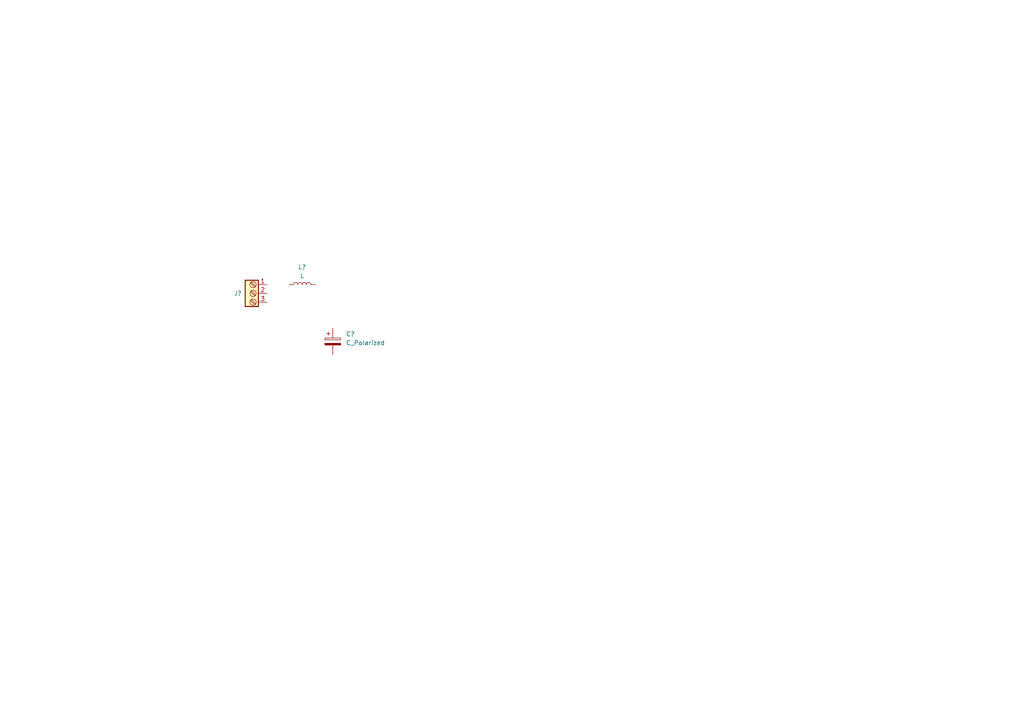
<source format=kicad_sch>
(kicad_sch (version 20231120) (generator "eeschema") (generator_version "8.0")
  (paper "A4")
  (title_block (title "Microcontrolador") (date "2025-02-24") (rev "V1") (company "Autor: José Fonseca") (comment 1 "UFPEL") (comment 2 "GSIC"))
  (lib_symbols
    (symbol "Device:C_Polarized" (pin_numbers hide) (pin_names (offset 0.254))
      (property "Reference" "C" (at 0.635 2.54 0))
      (property "Value" "C_Polarized" (at 0.635 -2.54 0))
      (symbol "C_Polarized_0_1"
        (rectangle (start -2.286 0.508) (end 2.286 1.016))
        (polyline (pts (xy -1.778 2.286) (xy -0.762 2.286)))
        (polyline (pts (xy -1.27 2.794) (xy -1.27 1.778)))
        (rectangle (start 2.286 -0.508) (end -2.286 -1.016) (fill (type outline)))
      )
      (symbol "C_Polarized_1_1"
        (pin passive line (at 0 3.81 270) (length 2.794) (name "~") (number "1"))
        (pin passive line (at 0 -3.81 90) (length 2.794) (name "~") (number "2"))
      )
    )
    (symbol "Device:L" (pin_numbers hide) (pin_names (offset 1.016) hide)
      (property "Reference" "L" (at -1.27 0 90))
      (property "Value" "L" (at 1.905 0 90))
      (symbol "L_0_1"
        (arc (start 0 -2.54) (mid 0.6323 -1.905) (end 0 -1.27))
        (arc (start 0 -1.27) (mid 0.6323 -0.635) (end 0 0))
        (arc (start 0 0) (mid 0.6323 0.635) (end 0 1.27))
        (arc (start 0 1.27) (mid 0.6323 1.905) (end 0 2.54))
      )
      (symbol "L_1_1"
        (pin passive line (at 0 3.81 270) (length 1.27) (name "1") (number "1"))
        (pin passive line (at 0 -3.81 90) (length 1.27) (name "2") (number "2"))
      )
    )
    (symbol "PCM_SL_Screw_Terminal:Screw_Terminal_3_P5.00mm"
      (property "Reference" "J" (at 0 5.842 0))
      (property "Value" "Screw_Terminal_3_P5.00mm" (at 1.27 -5.588 0))
      (symbol "Screw_Terminal_3_P5.00mm_0_1"
        (rectangle (start -1.27 3.81) (end 2.54 -3.81) (stroke (width 0.3)) (fill (type background)))
        (polyline (pts (xy -0.254 -3.302) (xy 1.016 -2.032)))
        (polyline (pts (xy -0.254 -0.762) (xy 1.016 0.508)))
        (polyline (pts (xy -0.254 1.778) (xy 1.016 3.048)))
        (polyline (pts (xy 0 -2.54) (xy -0.508 -3.048) (xy 0.762 -1.778)))
        (polyline (pts (xy 0 0) (xy -0.508 -0.508) (xy 0.762 0.762)))
        (polyline (pts (xy 0 2.54) (xy -0.508 2.032) (xy 0.762 3.302)))
        (circle (center 0.254 -2.54) (radius 0.9158))
        (circle (center 0.254 0) (radius 0.9158))
        (circle (center 0.254 2.54) (radius 0.9158))
      )
      (symbol "Screw_Terminal_3_P5.00mm_1_1"
        (pin passive line (at -3.81 2.54 0) (length 2.54) (name "") (number "1"))
        (pin passive line (at -3.81 0 0) (length 2.54) (name "") (number "2"))
        (pin passive line (at -3.81 -2.54 0) (length 2.54) (name "") (number "3"))
      )
    )
  )
  (image (at 151.13 -132.08) (scale 1.33145))
  (symbol (lib_id "PCM_SL_Screw_Terminal:Screw_Terminal_3_P5.00mm") (at 73.66 85.09 0) (mirror y) (unit 1)
    (property "Reference" "J?" (at 70.104 85.09 0) (effects (justify left)))
    (property "Value" "Screw_Terminal_3_P5.00mm" (effects (hide yes)))
    (property "Footprint" "TerminalBlock_Phoenix:TerminalBlock_Phoenix_PT-1,5-3-5.0-H_1x03_P5.00mm_Horizontal" (effects (hide yes)))
  )
  (symbol (lib_id "Device:L") (at 87.63 82.55 90) (unit 1)
    (property "Reference" "L?" (at 87.63 77.47 90))
    (property "Value" "L" (at 87.63 80.01 90))
    (property "Description" "Inductor" (effects (hide yes)))
  )
  (symbol (lib_id "Device:C_Polarized") (at 96.52 99.06 0) (unit 1)
    (property "Reference" "C?" (at 100.33 96.9009 0) (effects (justify left)))
    (property "Value" "C_Polarized" (at 100.33 99.4409 0) (effects (justify left)))
    (property "Description" "Polarized capacitor" (effects (hide yes)))
  )
)
</source>
